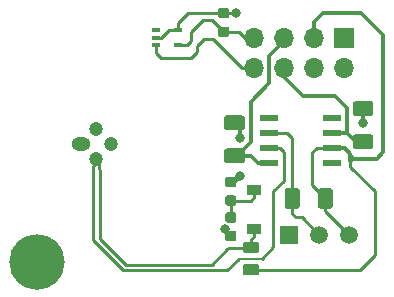
<source format=gbr>
G04 #@! TF.GenerationSoftware,KiCad,Pcbnew,5.1.5*
G04 #@! TF.CreationDate,2020-02-06T16:59:33+01:00*
G04 #@! TF.ProjectId,reference_board,72656665-7265-46e6-9365-5f626f617264,v3.2.1*
G04 #@! TF.SameCoordinates,Original*
G04 #@! TF.FileFunction,Copper,L1,Top*
G04 #@! TF.FilePolarity,Positive*
%FSLAX46Y46*%
G04 Gerber Fmt 4.6, Leading zero omitted, Abs format (unit mm)*
G04 Created by KiCad (PCBNEW 5.1.5) date 2020-02-06 16:59:33*
%MOMM*%
%LPD*%
G04 APERTURE LIST*
%ADD10C,0.100000*%
%ADD11R,1.200000X0.900000*%
%ADD12O,1.600000X1.200000*%
%ADD13C,1.200000*%
%ADD14C,0.250000*%
%ADD15C,4.700000*%
%ADD16C,1.500000*%
%ADD17R,1.500000X1.500000*%
%ADD18R,0.650000X0.400000*%
%ADD19O,1.700000X1.700000*%
%ADD20R,1.700000X1.700000*%
%ADD21R,1.550000X0.600000*%
%ADD22C,0.800000*%
%ADD23C,0.250000*%
%ADD24C,0.300000*%
%ADD25C,0.200000*%
%ADD26C,0.150000*%
G04 APERTURE END LIST*
D10*
G36*
X158175000Y-96700000D02*
G01*
X158425000Y-96700000D01*
X158425000Y-97200000D01*
X158175000Y-97200000D01*
X158175000Y-96700000D01*
G37*
G36*
X176334835Y-95841942D02*
G01*
X176158058Y-95665165D01*
X176511612Y-95311612D01*
X176688388Y-95488388D01*
X176334835Y-95841942D01*
G37*
G36*
X179375000Y-96400000D02*
G01*
X179625000Y-96400000D01*
X179625000Y-96900000D01*
X179375000Y-96900000D01*
X179375000Y-96400000D01*
G37*
D11*
X171400000Y-102150000D03*
X171400000Y-98850000D03*
G04 #@! TA.AperFunction,SMDPad,CuDef*
D10*
G36*
X169677691Y-100776053D02*
G01*
X169698926Y-100779203D01*
X169719750Y-100784419D01*
X169739962Y-100791651D01*
X169759368Y-100800830D01*
X169777781Y-100811866D01*
X169795024Y-100824654D01*
X169810930Y-100839070D01*
X169825346Y-100854976D01*
X169838134Y-100872219D01*
X169849170Y-100890632D01*
X169858349Y-100910038D01*
X169865581Y-100930250D01*
X169870797Y-100951074D01*
X169873947Y-100972309D01*
X169875000Y-100993750D01*
X169875000Y-101431250D01*
X169873947Y-101452691D01*
X169870797Y-101473926D01*
X169865581Y-101494750D01*
X169858349Y-101514962D01*
X169849170Y-101534368D01*
X169838134Y-101552781D01*
X169825346Y-101570024D01*
X169810930Y-101585930D01*
X169795024Y-101600346D01*
X169777781Y-101613134D01*
X169759368Y-101624170D01*
X169739962Y-101633349D01*
X169719750Y-101640581D01*
X169698926Y-101645797D01*
X169677691Y-101648947D01*
X169656250Y-101650000D01*
X169143750Y-101650000D01*
X169122309Y-101648947D01*
X169101074Y-101645797D01*
X169080250Y-101640581D01*
X169060038Y-101633349D01*
X169040632Y-101624170D01*
X169022219Y-101613134D01*
X169004976Y-101600346D01*
X168989070Y-101585930D01*
X168974654Y-101570024D01*
X168961866Y-101552781D01*
X168950830Y-101534368D01*
X168941651Y-101514962D01*
X168934419Y-101494750D01*
X168929203Y-101473926D01*
X168926053Y-101452691D01*
X168925000Y-101431250D01*
X168925000Y-100993750D01*
X168926053Y-100972309D01*
X168929203Y-100951074D01*
X168934419Y-100930250D01*
X168941651Y-100910038D01*
X168950830Y-100890632D01*
X168961866Y-100872219D01*
X168974654Y-100854976D01*
X168989070Y-100839070D01*
X169004976Y-100824654D01*
X169022219Y-100811866D01*
X169040632Y-100800830D01*
X169060038Y-100791651D01*
X169080250Y-100784419D01*
X169101074Y-100779203D01*
X169122309Y-100776053D01*
X169143750Y-100775000D01*
X169656250Y-100775000D01*
X169677691Y-100776053D01*
G37*
G04 #@! TD.AperFunction*
G04 #@! TA.AperFunction,SMDPad,CuDef*
G36*
X169677691Y-102351053D02*
G01*
X169698926Y-102354203D01*
X169719750Y-102359419D01*
X169739962Y-102366651D01*
X169759368Y-102375830D01*
X169777781Y-102386866D01*
X169795024Y-102399654D01*
X169810930Y-102414070D01*
X169825346Y-102429976D01*
X169838134Y-102447219D01*
X169849170Y-102465632D01*
X169858349Y-102485038D01*
X169865581Y-102505250D01*
X169870797Y-102526074D01*
X169873947Y-102547309D01*
X169875000Y-102568750D01*
X169875000Y-103006250D01*
X169873947Y-103027691D01*
X169870797Y-103048926D01*
X169865581Y-103069750D01*
X169858349Y-103089962D01*
X169849170Y-103109368D01*
X169838134Y-103127781D01*
X169825346Y-103145024D01*
X169810930Y-103160930D01*
X169795024Y-103175346D01*
X169777781Y-103188134D01*
X169759368Y-103199170D01*
X169739962Y-103208349D01*
X169719750Y-103215581D01*
X169698926Y-103220797D01*
X169677691Y-103223947D01*
X169656250Y-103225000D01*
X169143750Y-103225000D01*
X169122309Y-103223947D01*
X169101074Y-103220797D01*
X169080250Y-103215581D01*
X169060038Y-103208349D01*
X169040632Y-103199170D01*
X169022219Y-103188134D01*
X169004976Y-103175346D01*
X168989070Y-103160930D01*
X168974654Y-103145024D01*
X168961866Y-103127781D01*
X168950830Y-103109368D01*
X168941651Y-103089962D01*
X168934419Y-103069750D01*
X168929203Y-103048926D01*
X168926053Y-103027691D01*
X168925000Y-103006250D01*
X168925000Y-102568750D01*
X168926053Y-102547309D01*
X168929203Y-102526074D01*
X168934419Y-102505250D01*
X168941651Y-102485038D01*
X168950830Y-102465632D01*
X168961866Y-102447219D01*
X168974654Y-102429976D01*
X168989070Y-102414070D01*
X169004976Y-102399654D01*
X169022219Y-102386866D01*
X169040632Y-102375830D01*
X169060038Y-102366651D01*
X169080250Y-102359419D01*
X169101074Y-102354203D01*
X169122309Y-102351053D01*
X169143750Y-102350000D01*
X169656250Y-102350000D01*
X169677691Y-102351053D01*
G37*
G04 #@! TD.AperFunction*
D12*
X156700000Y-95000000D03*
D13*
X157970000Y-96270000D03*
X157970000Y-93730000D03*
X159240000Y-95000000D03*
G04 #@! TA.AperFunction,SMDPad,CuDef*
D10*
G36*
X169077691Y-85051053D02*
G01*
X169098926Y-85054203D01*
X169119750Y-85059419D01*
X169139962Y-85066651D01*
X169159368Y-85075830D01*
X169177781Y-85086866D01*
X169195024Y-85099654D01*
X169210930Y-85114070D01*
X169225346Y-85129976D01*
X169238134Y-85147219D01*
X169249170Y-85165632D01*
X169258349Y-85185038D01*
X169265581Y-85205250D01*
X169270797Y-85226074D01*
X169273947Y-85247309D01*
X169275000Y-85268750D01*
X169275000Y-85706250D01*
X169273947Y-85727691D01*
X169270797Y-85748926D01*
X169265581Y-85769750D01*
X169258349Y-85789962D01*
X169249170Y-85809368D01*
X169238134Y-85827781D01*
X169225346Y-85845024D01*
X169210930Y-85860930D01*
X169195024Y-85875346D01*
X169177781Y-85888134D01*
X169159368Y-85899170D01*
X169139962Y-85908349D01*
X169119750Y-85915581D01*
X169098926Y-85920797D01*
X169077691Y-85923947D01*
X169056250Y-85925000D01*
X168543750Y-85925000D01*
X168522309Y-85923947D01*
X168501074Y-85920797D01*
X168480250Y-85915581D01*
X168460038Y-85908349D01*
X168440632Y-85899170D01*
X168422219Y-85888134D01*
X168404976Y-85875346D01*
X168389070Y-85860930D01*
X168374654Y-85845024D01*
X168361866Y-85827781D01*
X168350830Y-85809368D01*
X168341651Y-85789962D01*
X168334419Y-85769750D01*
X168329203Y-85748926D01*
X168326053Y-85727691D01*
X168325000Y-85706250D01*
X168325000Y-85268750D01*
X168326053Y-85247309D01*
X168329203Y-85226074D01*
X168334419Y-85205250D01*
X168341651Y-85185038D01*
X168350830Y-85165632D01*
X168361866Y-85147219D01*
X168374654Y-85129976D01*
X168389070Y-85114070D01*
X168404976Y-85099654D01*
X168422219Y-85086866D01*
X168440632Y-85075830D01*
X168460038Y-85066651D01*
X168480250Y-85059419D01*
X168501074Y-85054203D01*
X168522309Y-85051053D01*
X168543750Y-85050000D01*
X169056250Y-85050000D01*
X169077691Y-85051053D01*
G37*
G04 #@! TD.AperFunction*
G04 #@! TA.AperFunction,SMDPad,CuDef*
G36*
X169077691Y-83476053D02*
G01*
X169098926Y-83479203D01*
X169119750Y-83484419D01*
X169139962Y-83491651D01*
X169159368Y-83500830D01*
X169177781Y-83511866D01*
X169195024Y-83524654D01*
X169210930Y-83539070D01*
X169225346Y-83554976D01*
X169238134Y-83572219D01*
X169249170Y-83590632D01*
X169258349Y-83610038D01*
X169265581Y-83630250D01*
X169270797Y-83651074D01*
X169273947Y-83672309D01*
X169275000Y-83693750D01*
X169275000Y-84131250D01*
X169273947Y-84152691D01*
X169270797Y-84173926D01*
X169265581Y-84194750D01*
X169258349Y-84214962D01*
X169249170Y-84234368D01*
X169238134Y-84252781D01*
X169225346Y-84270024D01*
X169210930Y-84285930D01*
X169195024Y-84300346D01*
X169177781Y-84313134D01*
X169159368Y-84324170D01*
X169139962Y-84333349D01*
X169119750Y-84340581D01*
X169098926Y-84345797D01*
X169077691Y-84348947D01*
X169056250Y-84350000D01*
X168543750Y-84350000D01*
X168522309Y-84348947D01*
X168501074Y-84345797D01*
X168480250Y-84340581D01*
X168460038Y-84333349D01*
X168440632Y-84324170D01*
X168422219Y-84313134D01*
X168404976Y-84300346D01*
X168389070Y-84285930D01*
X168374654Y-84270024D01*
X168361866Y-84252781D01*
X168350830Y-84234368D01*
X168341651Y-84214962D01*
X168334419Y-84194750D01*
X168329203Y-84173926D01*
X168326053Y-84152691D01*
X168325000Y-84131250D01*
X168325000Y-83693750D01*
X168326053Y-83672309D01*
X168329203Y-83651074D01*
X168334419Y-83630250D01*
X168341651Y-83610038D01*
X168350830Y-83590632D01*
X168361866Y-83572219D01*
X168374654Y-83554976D01*
X168389070Y-83539070D01*
X168404976Y-83524654D01*
X168422219Y-83511866D01*
X168440632Y-83500830D01*
X168460038Y-83491651D01*
X168480250Y-83484419D01*
X168501074Y-83479203D01*
X168522309Y-83476053D01*
X168543750Y-83475000D01*
X169056250Y-83475000D01*
X169077691Y-83476053D01*
G37*
G04 #@! TD.AperFunction*
D14*
X158300000Y-97200000D03*
X158300000Y-96700000D03*
X176600000Y-95400000D03*
X176246447Y-95753553D03*
X179500000Y-96900000D03*
X179500000Y-96400000D03*
G04 #@! TA.AperFunction,SMDPad,CuDef*
D10*
G36*
X171580142Y-103276174D02*
G01*
X171603803Y-103279684D01*
X171627007Y-103285496D01*
X171649529Y-103293554D01*
X171671153Y-103303782D01*
X171691670Y-103316079D01*
X171710883Y-103330329D01*
X171728607Y-103346393D01*
X171744671Y-103364117D01*
X171758921Y-103383330D01*
X171771218Y-103403847D01*
X171781446Y-103425471D01*
X171789504Y-103447993D01*
X171795316Y-103471197D01*
X171798826Y-103494858D01*
X171800000Y-103518750D01*
X171800000Y-104006250D01*
X171798826Y-104030142D01*
X171795316Y-104053803D01*
X171789504Y-104077007D01*
X171781446Y-104099529D01*
X171771218Y-104121153D01*
X171758921Y-104141670D01*
X171744671Y-104160883D01*
X171728607Y-104178607D01*
X171710883Y-104194671D01*
X171691670Y-104208921D01*
X171671153Y-104221218D01*
X171649529Y-104231446D01*
X171627007Y-104239504D01*
X171603803Y-104245316D01*
X171580142Y-104248826D01*
X171556250Y-104250000D01*
X170643750Y-104250000D01*
X170619858Y-104248826D01*
X170596197Y-104245316D01*
X170572993Y-104239504D01*
X170550471Y-104231446D01*
X170528847Y-104221218D01*
X170508330Y-104208921D01*
X170489117Y-104194671D01*
X170471393Y-104178607D01*
X170455329Y-104160883D01*
X170441079Y-104141670D01*
X170428782Y-104121153D01*
X170418554Y-104099529D01*
X170410496Y-104077007D01*
X170404684Y-104053803D01*
X170401174Y-104030142D01*
X170400000Y-104006250D01*
X170400000Y-103518750D01*
X170401174Y-103494858D01*
X170404684Y-103471197D01*
X170410496Y-103447993D01*
X170418554Y-103425471D01*
X170428782Y-103403847D01*
X170441079Y-103383330D01*
X170455329Y-103364117D01*
X170471393Y-103346393D01*
X170489117Y-103330329D01*
X170508330Y-103316079D01*
X170528847Y-103303782D01*
X170550471Y-103293554D01*
X170572993Y-103285496D01*
X170596197Y-103279684D01*
X170619858Y-103276174D01*
X170643750Y-103275000D01*
X171556250Y-103275000D01*
X171580142Y-103276174D01*
G37*
G04 #@! TD.AperFunction*
G04 #@! TA.AperFunction,SMDPad,CuDef*
G36*
X171580142Y-105151174D02*
G01*
X171603803Y-105154684D01*
X171627007Y-105160496D01*
X171649529Y-105168554D01*
X171671153Y-105178782D01*
X171691670Y-105191079D01*
X171710883Y-105205329D01*
X171728607Y-105221393D01*
X171744671Y-105239117D01*
X171758921Y-105258330D01*
X171771218Y-105278847D01*
X171781446Y-105300471D01*
X171789504Y-105322993D01*
X171795316Y-105346197D01*
X171798826Y-105369858D01*
X171800000Y-105393750D01*
X171800000Y-105881250D01*
X171798826Y-105905142D01*
X171795316Y-105928803D01*
X171789504Y-105952007D01*
X171781446Y-105974529D01*
X171771218Y-105996153D01*
X171758921Y-106016670D01*
X171744671Y-106035883D01*
X171728607Y-106053607D01*
X171710883Y-106069671D01*
X171691670Y-106083921D01*
X171671153Y-106096218D01*
X171649529Y-106106446D01*
X171627007Y-106114504D01*
X171603803Y-106120316D01*
X171580142Y-106123826D01*
X171556250Y-106125000D01*
X170643750Y-106125000D01*
X170619858Y-106123826D01*
X170596197Y-106120316D01*
X170572993Y-106114504D01*
X170550471Y-106106446D01*
X170528847Y-106096218D01*
X170508330Y-106083921D01*
X170489117Y-106069671D01*
X170471393Y-106053607D01*
X170455329Y-106035883D01*
X170441079Y-106016670D01*
X170428782Y-105996153D01*
X170418554Y-105974529D01*
X170410496Y-105952007D01*
X170404684Y-105928803D01*
X170401174Y-105905142D01*
X170400000Y-105881250D01*
X170400000Y-105393750D01*
X170401174Y-105369858D01*
X170404684Y-105346197D01*
X170410496Y-105322993D01*
X170418554Y-105300471D01*
X170428782Y-105278847D01*
X170441079Y-105258330D01*
X170455329Y-105239117D01*
X170471393Y-105221393D01*
X170489117Y-105205329D01*
X170508330Y-105191079D01*
X170528847Y-105178782D01*
X170550471Y-105168554D01*
X170572993Y-105160496D01*
X170596197Y-105154684D01*
X170619858Y-105151174D01*
X170643750Y-105150000D01*
X171556250Y-105150000D01*
X171580142Y-105151174D01*
G37*
G04 #@! TD.AperFunction*
D15*
X153000000Y-105000000D03*
D16*
X179440000Y-102700000D03*
X176900000Y-102700000D03*
D17*
X174360000Y-102700000D03*
G04 #@! TA.AperFunction,SMDPad,CuDef*
D10*
G36*
X181249504Y-91376204D02*
G01*
X181273773Y-91379804D01*
X181297571Y-91385765D01*
X181320671Y-91394030D01*
X181342849Y-91404520D01*
X181363893Y-91417133D01*
X181383598Y-91431747D01*
X181401777Y-91448223D01*
X181418253Y-91466402D01*
X181432867Y-91486107D01*
X181445480Y-91507151D01*
X181455970Y-91529329D01*
X181464235Y-91552429D01*
X181470196Y-91576227D01*
X181473796Y-91600496D01*
X181475000Y-91625000D01*
X181475000Y-92375000D01*
X181473796Y-92399504D01*
X181470196Y-92423773D01*
X181464235Y-92447571D01*
X181455970Y-92470671D01*
X181445480Y-92492849D01*
X181432867Y-92513893D01*
X181418253Y-92533598D01*
X181401777Y-92551777D01*
X181383598Y-92568253D01*
X181363893Y-92582867D01*
X181342849Y-92595480D01*
X181320671Y-92605970D01*
X181297571Y-92614235D01*
X181273773Y-92620196D01*
X181249504Y-92623796D01*
X181225000Y-92625000D01*
X179975000Y-92625000D01*
X179950496Y-92623796D01*
X179926227Y-92620196D01*
X179902429Y-92614235D01*
X179879329Y-92605970D01*
X179857151Y-92595480D01*
X179836107Y-92582867D01*
X179816402Y-92568253D01*
X179798223Y-92551777D01*
X179781747Y-92533598D01*
X179767133Y-92513893D01*
X179754520Y-92492849D01*
X179744030Y-92470671D01*
X179735765Y-92447571D01*
X179729804Y-92423773D01*
X179726204Y-92399504D01*
X179725000Y-92375000D01*
X179725000Y-91625000D01*
X179726204Y-91600496D01*
X179729804Y-91576227D01*
X179735765Y-91552429D01*
X179744030Y-91529329D01*
X179754520Y-91507151D01*
X179767133Y-91486107D01*
X179781747Y-91466402D01*
X179798223Y-91448223D01*
X179816402Y-91431747D01*
X179836107Y-91417133D01*
X179857151Y-91404520D01*
X179879329Y-91394030D01*
X179902429Y-91385765D01*
X179926227Y-91379804D01*
X179950496Y-91376204D01*
X179975000Y-91375000D01*
X181225000Y-91375000D01*
X181249504Y-91376204D01*
G37*
G04 #@! TD.AperFunction*
G04 #@! TA.AperFunction,SMDPad,CuDef*
G36*
X181249504Y-94176204D02*
G01*
X181273773Y-94179804D01*
X181297571Y-94185765D01*
X181320671Y-94194030D01*
X181342849Y-94204520D01*
X181363893Y-94217133D01*
X181383598Y-94231747D01*
X181401777Y-94248223D01*
X181418253Y-94266402D01*
X181432867Y-94286107D01*
X181445480Y-94307151D01*
X181455970Y-94329329D01*
X181464235Y-94352429D01*
X181470196Y-94376227D01*
X181473796Y-94400496D01*
X181475000Y-94425000D01*
X181475000Y-95175000D01*
X181473796Y-95199504D01*
X181470196Y-95223773D01*
X181464235Y-95247571D01*
X181455970Y-95270671D01*
X181445480Y-95292849D01*
X181432867Y-95313893D01*
X181418253Y-95333598D01*
X181401777Y-95351777D01*
X181383598Y-95368253D01*
X181363893Y-95382867D01*
X181342849Y-95395480D01*
X181320671Y-95405970D01*
X181297571Y-95414235D01*
X181273773Y-95420196D01*
X181249504Y-95423796D01*
X181225000Y-95425000D01*
X179975000Y-95425000D01*
X179950496Y-95423796D01*
X179926227Y-95420196D01*
X179902429Y-95414235D01*
X179879329Y-95405970D01*
X179857151Y-95395480D01*
X179836107Y-95382867D01*
X179816402Y-95368253D01*
X179798223Y-95351777D01*
X179781747Y-95333598D01*
X179767133Y-95313893D01*
X179754520Y-95292849D01*
X179744030Y-95270671D01*
X179735765Y-95247571D01*
X179729804Y-95223773D01*
X179726204Y-95199504D01*
X179725000Y-95175000D01*
X179725000Y-94425000D01*
X179726204Y-94400496D01*
X179729804Y-94376227D01*
X179735765Y-94352429D01*
X179744030Y-94329329D01*
X179754520Y-94307151D01*
X179767133Y-94286107D01*
X179781747Y-94266402D01*
X179798223Y-94248223D01*
X179816402Y-94231747D01*
X179836107Y-94217133D01*
X179857151Y-94204520D01*
X179879329Y-94194030D01*
X179902429Y-94185765D01*
X179926227Y-94179804D01*
X179950496Y-94176204D01*
X179975000Y-94175000D01*
X181225000Y-94175000D01*
X181249504Y-94176204D01*
G37*
G04 #@! TD.AperFunction*
G04 #@! TA.AperFunction,SMDPad,CuDef*
G36*
X170349504Y-92576204D02*
G01*
X170373773Y-92579804D01*
X170397571Y-92585765D01*
X170420671Y-92594030D01*
X170442849Y-92604520D01*
X170463893Y-92617133D01*
X170483598Y-92631747D01*
X170501777Y-92648223D01*
X170518253Y-92666402D01*
X170532867Y-92686107D01*
X170545480Y-92707151D01*
X170555970Y-92729329D01*
X170564235Y-92752429D01*
X170570196Y-92776227D01*
X170573796Y-92800496D01*
X170575000Y-92825000D01*
X170575000Y-93575000D01*
X170573796Y-93599504D01*
X170570196Y-93623773D01*
X170564235Y-93647571D01*
X170555970Y-93670671D01*
X170545480Y-93692849D01*
X170532867Y-93713893D01*
X170518253Y-93733598D01*
X170501777Y-93751777D01*
X170483598Y-93768253D01*
X170463893Y-93782867D01*
X170442849Y-93795480D01*
X170420671Y-93805970D01*
X170397571Y-93814235D01*
X170373773Y-93820196D01*
X170349504Y-93823796D01*
X170325000Y-93825000D01*
X169075000Y-93825000D01*
X169050496Y-93823796D01*
X169026227Y-93820196D01*
X169002429Y-93814235D01*
X168979329Y-93805970D01*
X168957151Y-93795480D01*
X168936107Y-93782867D01*
X168916402Y-93768253D01*
X168898223Y-93751777D01*
X168881747Y-93733598D01*
X168867133Y-93713893D01*
X168854520Y-93692849D01*
X168844030Y-93670671D01*
X168835765Y-93647571D01*
X168829804Y-93623773D01*
X168826204Y-93599504D01*
X168825000Y-93575000D01*
X168825000Y-92825000D01*
X168826204Y-92800496D01*
X168829804Y-92776227D01*
X168835765Y-92752429D01*
X168844030Y-92729329D01*
X168854520Y-92707151D01*
X168867133Y-92686107D01*
X168881747Y-92666402D01*
X168898223Y-92648223D01*
X168916402Y-92631747D01*
X168936107Y-92617133D01*
X168957151Y-92604520D01*
X168979329Y-92594030D01*
X169002429Y-92585765D01*
X169026227Y-92579804D01*
X169050496Y-92576204D01*
X169075000Y-92575000D01*
X170325000Y-92575000D01*
X170349504Y-92576204D01*
G37*
G04 #@! TD.AperFunction*
G04 #@! TA.AperFunction,SMDPad,CuDef*
G36*
X170349504Y-95376204D02*
G01*
X170373773Y-95379804D01*
X170397571Y-95385765D01*
X170420671Y-95394030D01*
X170442849Y-95404520D01*
X170463893Y-95417133D01*
X170483598Y-95431747D01*
X170501777Y-95448223D01*
X170518253Y-95466402D01*
X170532867Y-95486107D01*
X170545480Y-95507151D01*
X170555970Y-95529329D01*
X170564235Y-95552429D01*
X170570196Y-95576227D01*
X170573796Y-95600496D01*
X170575000Y-95625000D01*
X170575000Y-96375000D01*
X170573796Y-96399504D01*
X170570196Y-96423773D01*
X170564235Y-96447571D01*
X170555970Y-96470671D01*
X170545480Y-96492849D01*
X170532867Y-96513893D01*
X170518253Y-96533598D01*
X170501777Y-96551777D01*
X170483598Y-96568253D01*
X170463893Y-96582867D01*
X170442849Y-96595480D01*
X170420671Y-96605970D01*
X170397571Y-96614235D01*
X170373773Y-96620196D01*
X170349504Y-96623796D01*
X170325000Y-96625000D01*
X169075000Y-96625000D01*
X169050496Y-96623796D01*
X169026227Y-96620196D01*
X169002429Y-96614235D01*
X168979329Y-96605970D01*
X168957151Y-96595480D01*
X168936107Y-96582867D01*
X168916402Y-96568253D01*
X168898223Y-96551777D01*
X168881747Y-96533598D01*
X168867133Y-96513893D01*
X168854520Y-96492849D01*
X168844030Y-96470671D01*
X168835765Y-96447571D01*
X168829804Y-96423773D01*
X168826204Y-96399504D01*
X168825000Y-96375000D01*
X168825000Y-95625000D01*
X168826204Y-95600496D01*
X168829804Y-95576227D01*
X168835765Y-95552429D01*
X168844030Y-95529329D01*
X168854520Y-95507151D01*
X168867133Y-95486107D01*
X168881747Y-95466402D01*
X168898223Y-95448223D01*
X168916402Y-95431747D01*
X168936107Y-95417133D01*
X168957151Y-95404520D01*
X168979329Y-95394030D01*
X169002429Y-95385765D01*
X169026227Y-95379804D01*
X169050496Y-95376204D01*
X169075000Y-95375000D01*
X170325000Y-95375000D01*
X170349504Y-95376204D01*
G37*
G04 #@! TD.AperFunction*
G04 #@! TA.AperFunction,SMDPad,CuDef*
G36*
X174999504Y-98726204D02*
G01*
X175023773Y-98729804D01*
X175047571Y-98735765D01*
X175070671Y-98744030D01*
X175092849Y-98754520D01*
X175113893Y-98767133D01*
X175133598Y-98781747D01*
X175151777Y-98798223D01*
X175168253Y-98816402D01*
X175182867Y-98836107D01*
X175195480Y-98857151D01*
X175205970Y-98879329D01*
X175214235Y-98902429D01*
X175220196Y-98926227D01*
X175223796Y-98950496D01*
X175225000Y-98975000D01*
X175225000Y-100225000D01*
X175223796Y-100249504D01*
X175220196Y-100273773D01*
X175214235Y-100297571D01*
X175205970Y-100320671D01*
X175195480Y-100342849D01*
X175182867Y-100363893D01*
X175168253Y-100383598D01*
X175151777Y-100401777D01*
X175133598Y-100418253D01*
X175113893Y-100432867D01*
X175092849Y-100445480D01*
X175070671Y-100455970D01*
X175047571Y-100464235D01*
X175023773Y-100470196D01*
X174999504Y-100473796D01*
X174975000Y-100475000D01*
X174225000Y-100475000D01*
X174200496Y-100473796D01*
X174176227Y-100470196D01*
X174152429Y-100464235D01*
X174129329Y-100455970D01*
X174107151Y-100445480D01*
X174086107Y-100432867D01*
X174066402Y-100418253D01*
X174048223Y-100401777D01*
X174031747Y-100383598D01*
X174017133Y-100363893D01*
X174004520Y-100342849D01*
X173994030Y-100320671D01*
X173985765Y-100297571D01*
X173979804Y-100273773D01*
X173976204Y-100249504D01*
X173975000Y-100225000D01*
X173975000Y-98975000D01*
X173976204Y-98950496D01*
X173979804Y-98926227D01*
X173985765Y-98902429D01*
X173994030Y-98879329D01*
X174004520Y-98857151D01*
X174017133Y-98836107D01*
X174031747Y-98816402D01*
X174048223Y-98798223D01*
X174066402Y-98781747D01*
X174086107Y-98767133D01*
X174107151Y-98754520D01*
X174129329Y-98744030D01*
X174152429Y-98735765D01*
X174176227Y-98729804D01*
X174200496Y-98726204D01*
X174225000Y-98725000D01*
X174975000Y-98725000D01*
X174999504Y-98726204D01*
G37*
G04 #@! TD.AperFunction*
G04 #@! TA.AperFunction,SMDPad,CuDef*
G36*
X177799504Y-98726204D02*
G01*
X177823773Y-98729804D01*
X177847571Y-98735765D01*
X177870671Y-98744030D01*
X177892849Y-98754520D01*
X177913893Y-98767133D01*
X177933598Y-98781747D01*
X177951777Y-98798223D01*
X177968253Y-98816402D01*
X177982867Y-98836107D01*
X177995480Y-98857151D01*
X178005970Y-98879329D01*
X178014235Y-98902429D01*
X178020196Y-98926227D01*
X178023796Y-98950496D01*
X178025000Y-98975000D01*
X178025000Y-100225000D01*
X178023796Y-100249504D01*
X178020196Y-100273773D01*
X178014235Y-100297571D01*
X178005970Y-100320671D01*
X177995480Y-100342849D01*
X177982867Y-100363893D01*
X177968253Y-100383598D01*
X177951777Y-100401777D01*
X177933598Y-100418253D01*
X177913893Y-100432867D01*
X177892849Y-100445480D01*
X177870671Y-100455970D01*
X177847571Y-100464235D01*
X177823773Y-100470196D01*
X177799504Y-100473796D01*
X177775000Y-100475000D01*
X177025000Y-100475000D01*
X177000496Y-100473796D01*
X176976227Y-100470196D01*
X176952429Y-100464235D01*
X176929329Y-100455970D01*
X176907151Y-100445480D01*
X176886107Y-100432867D01*
X176866402Y-100418253D01*
X176848223Y-100401777D01*
X176831747Y-100383598D01*
X176817133Y-100363893D01*
X176804520Y-100342849D01*
X176794030Y-100320671D01*
X176785765Y-100297571D01*
X176779804Y-100273773D01*
X176776204Y-100249504D01*
X176775000Y-100225000D01*
X176775000Y-98975000D01*
X176776204Y-98950496D01*
X176779804Y-98926227D01*
X176785765Y-98902429D01*
X176794030Y-98879329D01*
X176804520Y-98857151D01*
X176817133Y-98836107D01*
X176831747Y-98816402D01*
X176848223Y-98798223D01*
X176866402Y-98781747D01*
X176886107Y-98767133D01*
X176907151Y-98754520D01*
X176929329Y-98744030D01*
X176952429Y-98735765D01*
X176976227Y-98729804D01*
X177000496Y-98726204D01*
X177025000Y-98725000D01*
X177775000Y-98725000D01*
X177799504Y-98726204D01*
G37*
G04 #@! TD.AperFunction*
G04 #@! TA.AperFunction,SMDPad,CuDef*
G36*
X169677691Y-97776053D02*
G01*
X169698926Y-97779203D01*
X169719750Y-97784419D01*
X169739962Y-97791651D01*
X169759368Y-97800830D01*
X169777781Y-97811866D01*
X169795024Y-97824654D01*
X169810930Y-97839070D01*
X169825346Y-97854976D01*
X169838134Y-97872219D01*
X169849170Y-97890632D01*
X169858349Y-97910038D01*
X169865581Y-97930250D01*
X169870797Y-97951074D01*
X169873947Y-97972309D01*
X169875000Y-97993750D01*
X169875000Y-98431250D01*
X169873947Y-98452691D01*
X169870797Y-98473926D01*
X169865581Y-98494750D01*
X169858349Y-98514962D01*
X169849170Y-98534368D01*
X169838134Y-98552781D01*
X169825346Y-98570024D01*
X169810930Y-98585930D01*
X169795024Y-98600346D01*
X169777781Y-98613134D01*
X169759368Y-98624170D01*
X169739962Y-98633349D01*
X169719750Y-98640581D01*
X169698926Y-98645797D01*
X169677691Y-98648947D01*
X169656250Y-98650000D01*
X169143750Y-98650000D01*
X169122309Y-98648947D01*
X169101074Y-98645797D01*
X169080250Y-98640581D01*
X169060038Y-98633349D01*
X169040632Y-98624170D01*
X169022219Y-98613134D01*
X169004976Y-98600346D01*
X168989070Y-98585930D01*
X168974654Y-98570024D01*
X168961866Y-98552781D01*
X168950830Y-98534368D01*
X168941651Y-98514962D01*
X168934419Y-98494750D01*
X168929203Y-98473926D01*
X168926053Y-98452691D01*
X168925000Y-98431250D01*
X168925000Y-97993750D01*
X168926053Y-97972309D01*
X168929203Y-97951074D01*
X168934419Y-97930250D01*
X168941651Y-97910038D01*
X168950830Y-97890632D01*
X168961866Y-97872219D01*
X168974654Y-97854976D01*
X168989070Y-97839070D01*
X169004976Y-97824654D01*
X169022219Y-97811866D01*
X169040632Y-97800830D01*
X169060038Y-97791651D01*
X169080250Y-97784419D01*
X169101074Y-97779203D01*
X169122309Y-97776053D01*
X169143750Y-97775000D01*
X169656250Y-97775000D01*
X169677691Y-97776053D01*
G37*
G04 #@! TD.AperFunction*
G04 #@! TA.AperFunction,SMDPad,CuDef*
G36*
X169677691Y-99351053D02*
G01*
X169698926Y-99354203D01*
X169719750Y-99359419D01*
X169739962Y-99366651D01*
X169759368Y-99375830D01*
X169777781Y-99386866D01*
X169795024Y-99399654D01*
X169810930Y-99414070D01*
X169825346Y-99429976D01*
X169838134Y-99447219D01*
X169849170Y-99465632D01*
X169858349Y-99485038D01*
X169865581Y-99505250D01*
X169870797Y-99526074D01*
X169873947Y-99547309D01*
X169875000Y-99568750D01*
X169875000Y-100006250D01*
X169873947Y-100027691D01*
X169870797Y-100048926D01*
X169865581Y-100069750D01*
X169858349Y-100089962D01*
X169849170Y-100109368D01*
X169838134Y-100127781D01*
X169825346Y-100145024D01*
X169810930Y-100160930D01*
X169795024Y-100175346D01*
X169777781Y-100188134D01*
X169759368Y-100199170D01*
X169739962Y-100208349D01*
X169719750Y-100215581D01*
X169698926Y-100220797D01*
X169677691Y-100223947D01*
X169656250Y-100225000D01*
X169143750Y-100225000D01*
X169122309Y-100223947D01*
X169101074Y-100220797D01*
X169080250Y-100215581D01*
X169060038Y-100208349D01*
X169040632Y-100199170D01*
X169022219Y-100188134D01*
X169004976Y-100175346D01*
X168989070Y-100160930D01*
X168974654Y-100145024D01*
X168961866Y-100127781D01*
X168950830Y-100109368D01*
X168941651Y-100089962D01*
X168934419Y-100069750D01*
X168929203Y-100048926D01*
X168926053Y-100027691D01*
X168925000Y-100006250D01*
X168925000Y-99568750D01*
X168926053Y-99547309D01*
X168929203Y-99526074D01*
X168934419Y-99505250D01*
X168941651Y-99485038D01*
X168950830Y-99465632D01*
X168961866Y-99447219D01*
X168974654Y-99429976D01*
X168989070Y-99414070D01*
X169004976Y-99399654D01*
X169022219Y-99386866D01*
X169040632Y-99375830D01*
X169060038Y-99366651D01*
X169080250Y-99359419D01*
X169101074Y-99354203D01*
X169122309Y-99351053D01*
X169143750Y-99350000D01*
X169656250Y-99350000D01*
X169677691Y-99351053D01*
G37*
G04 #@! TD.AperFunction*
D18*
X164950000Y-85350000D03*
X164950000Y-86650000D03*
X163050000Y-86000000D03*
X163050000Y-86650000D03*
X163050000Y-85350000D03*
D19*
X171380000Y-88540000D03*
X171380000Y-86000000D03*
X173920000Y-88540000D03*
X173920000Y-86000000D03*
X176460000Y-88540000D03*
X176460000Y-86000000D03*
X179000000Y-88540000D03*
D20*
X179000000Y-86000000D03*
D21*
X178000000Y-92795000D03*
X178000000Y-94065000D03*
X178000000Y-95335000D03*
X178000000Y-96605000D03*
X172600000Y-96605000D03*
X172600000Y-95335000D03*
X172600000Y-94065000D03*
X172600000Y-92795000D03*
D22*
X180600000Y-93200000D03*
X169800000Y-83900000D03*
X170200000Y-94500000D03*
X170200000Y-97700000D03*
X168900000Y-102200000D03*
D23*
X163050000Y-86000000D02*
X163500000Y-86000000D01*
X164150000Y-85350000D02*
X164950000Y-85350000D01*
X163500000Y-86000000D02*
X164150000Y-85350000D01*
D24*
X180600000Y-92200000D02*
X180600000Y-93200000D01*
D23*
X164950000Y-84750000D02*
X164950000Y-85350000D01*
X168787500Y-83900000D02*
X165800000Y-83900000D01*
X165800000Y-83900000D02*
X164950000Y-84750000D01*
X168800000Y-83912500D02*
X168787500Y-83900000D01*
X168800000Y-83912500D02*
X169787500Y-83912500D01*
X169787500Y-83912500D02*
X169800000Y-83900000D01*
D24*
X170200000Y-93700000D02*
X169700000Y-93200000D01*
X170200000Y-94500000D02*
X170200000Y-93700000D01*
D23*
X169400000Y-98212500D02*
X169687500Y-98212500D01*
X169687500Y-98212500D02*
X170200000Y-97700000D01*
D24*
X179265000Y-94065000D02*
X178000000Y-94065000D01*
X179250000Y-94050000D02*
X179265000Y-94065000D01*
X173920000Y-89320000D02*
X175500000Y-90900000D01*
X173920000Y-88540000D02*
X173920000Y-89320000D01*
X175500000Y-90900000D02*
X178200000Y-90900000D01*
X179250000Y-91950000D02*
X179250000Y-94050000D01*
X178200000Y-90900000D02*
X179250000Y-91950000D01*
X180000000Y-94800000D02*
X179250000Y-94050000D01*
X180600000Y-94800000D02*
X180000000Y-94800000D01*
X172600000Y-96605000D02*
X171705000Y-96605000D01*
X171100000Y-96000000D02*
X169700000Y-96000000D01*
X171705000Y-96605000D02*
X171100000Y-96000000D01*
X171100000Y-94800000D02*
X169900000Y-96000000D01*
X169900000Y-96000000D02*
X169700000Y-96000000D01*
X173920000Y-86000000D02*
X173920000Y-86280000D01*
X173920000Y-86280000D02*
X172650000Y-87550000D01*
X172650000Y-87550000D02*
X172650000Y-89850000D01*
X172650000Y-89850000D02*
X171100000Y-91400000D01*
X171100000Y-91400000D02*
X171100000Y-94800000D01*
D23*
X163500000Y-87700000D02*
X163050000Y-87250000D01*
X166000000Y-87700000D02*
X163500000Y-87700000D01*
X170340000Y-88540000D02*
X167900000Y-86100000D01*
X167900000Y-86100000D02*
X167100000Y-86100000D01*
X163050000Y-87250000D02*
X163050000Y-86650000D01*
X166500000Y-86700000D02*
X166500000Y-87200000D01*
X171380000Y-88540000D02*
X170340000Y-88540000D01*
X167100000Y-86100000D02*
X166500000Y-86700000D01*
X166500000Y-87200000D02*
X166000000Y-87700000D01*
D24*
X176460000Y-84640000D02*
X177200000Y-83900000D01*
X177200000Y-83900000D02*
X180400000Y-83900000D01*
X176460000Y-86000000D02*
X176460000Y-84640000D01*
X180400000Y-83900000D02*
X182300000Y-85800000D01*
X182300000Y-85800000D02*
X182300000Y-95700000D01*
X182300000Y-95700000D02*
X181765000Y-96235000D01*
D23*
X179500000Y-96435000D02*
X179700000Y-96235000D01*
D24*
X179700000Y-96235000D02*
X179500000Y-96235000D01*
X181765000Y-96235000D02*
X179700000Y-96235000D01*
D25*
X179500000Y-96500000D02*
X179500000Y-96435000D01*
D23*
X176665000Y-95335000D02*
X176600000Y-95400000D01*
X178000000Y-95335000D02*
X176665000Y-95335000D01*
D24*
X178000000Y-95335000D02*
X179035000Y-95335000D01*
X179035000Y-95335000D02*
X179500000Y-95800000D01*
X179500000Y-96400000D02*
X179500000Y-96235000D01*
X179700000Y-96200000D02*
X179500000Y-96000000D01*
X179700000Y-96235000D02*
X179700000Y-96200000D01*
X179500000Y-95800000D02*
X179500000Y-96000000D01*
X179500000Y-96000000D02*
X179500000Y-96235000D01*
D23*
X168900000Y-102200000D02*
X168887500Y-102212500D01*
X168900000Y-102287500D02*
X169400000Y-102787500D01*
X168900000Y-102200000D02*
X168900000Y-102287500D01*
X174600000Y-99600000D02*
X174600000Y-100900000D01*
X174900000Y-101200000D02*
X175400000Y-101200000D01*
X174600000Y-100900000D02*
X174900000Y-101200000D01*
X175400000Y-101200000D02*
X176900000Y-102700000D01*
X172600000Y-94065000D02*
X174165000Y-94065000D01*
X174165000Y-94065000D02*
X174600000Y-94500000D01*
X174600000Y-94500000D02*
X174600000Y-99600000D01*
D25*
X158000000Y-96270000D02*
X158000000Y-96500000D01*
X158000000Y-96500000D02*
X158300000Y-96800000D01*
D26*
X172000000Y-104700000D02*
X170100000Y-104700000D01*
D23*
X157700000Y-103100000D02*
X160300000Y-105700000D01*
X157700000Y-96900000D02*
X157700000Y-103100000D01*
X169100000Y-105700000D02*
X170100000Y-104700000D01*
X160300000Y-105700000D02*
X169100000Y-105700000D01*
X158000000Y-96600000D02*
X157700000Y-96900000D01*
X158000000Y-96270000D02*
X158000000Y-96600000D01*
X172000000Y-104700000D02*
X173000000Y-103700000D01*
X173000000Y-99000000D02*
X173900000Y-98100000D01*
X173000000Y-103700000D02*
X173000000Y-99000000D01*
X173900000Y-95700000D02*
X173900000Y-98100000D01*
X172600000Y-95335000D02*
X173535000Y-95335000D01*
X173535000Y-95335000D02*
X173900000Y-95700000D01*
X177400000Y-100660000D02*
X179440000Y-102700000D01*
X177400000Y-99600000D02*
X177400000Y-100660000D01*
X176246447Y-98446447D02*
X177400000Y-99600000D01*
X176246447Y-95753553D02*
X176246447Y-98446447D01*
X180362500Y-105637500D02*
X171100000Y-105637500D01*
X181600000Y-104400000D02*
X180362500Y-105637500D01*
X181600000Y-104400000D02*
X181600000Y-99000000D01*
X181600000Y-99000000D02*
X179500000Y-96900000D01*
D25*
X169112500Y-103912500D02*
X169100000Y-103900000D01*
D23*
X169237500Y-103762500D02*
X169100000Y-103900000D01*
X171100000Y-103762500D02*
X169237500Y-103762500D01*
X169100000Y-103900000D02*
X167800000Y-105200000D01*
X160500000Y-105200000D02*
X158300000Y-103000000D01*
X167800000Y-105200000D02*
X160500000Y-105200000D01*
X158300000Y-103000000D02*
X158300000Y-97200000D01*
X171100000Y-103762500D02*
X171100000Y-103100000D01*
X171400000Y-102800000D02*
X171400000Y-101850000D01*
X171100000Y-103100000D02*
X171400000Y-102800000D01*
X169400000Y-101212500D02*
X169400000Y-99787500D01*
X169400000Y-99787500D02*
X171112500Y-99787500D01*
X171400000Y-99500000D02*
X171400000Y-98850000D01*
X171112500Y-99787500D02*
X171400000Y-99500000D01*
X165650000Y-86650000D02*
X164950000Y-86650000D01*
X166000000Y-86300000D02*
X165650000Y-86650000D01*
X166000000Y-85500000D02*
X166000000Y-86300000D01*
X167000000Y-84500000D02*
X166000000Y-85500000D01*
X171380000Y-86000000D02*
X170600000Y-86000000D01*
X170087500Y-85487500D02*
X168800000Y-85487500D01*
X170600000Y-86000000D02*
X170087500Y-85487500D01*
X167812500Y-84500000D02*
X168800000Y-85487500D01*
X167000000Y-84500000D02*
X167812500Y-84500000D01*
M02*

</source>
